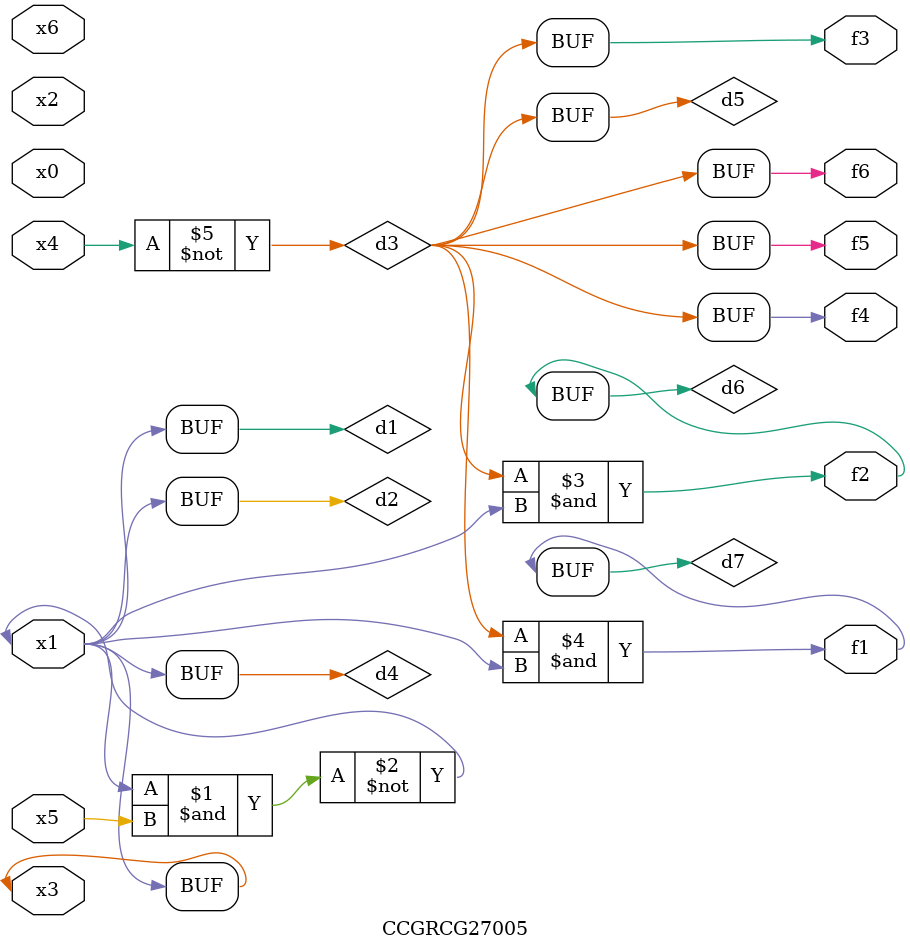
<source format=v>
module CCGRCG27005(
	input x0, x1, x2, x3, x4, x5, x6,
	output f1, f2, f3, f4, f5, f6
);

	wire d1, d2, d3, d4, d5, d6, d7;

	buf (d1, x1, x3);
	nand (d2, x1, x5);
	not (d3, x4);
	buf (d4, d1, d2);
	buf (d5, d3);
	and (d6, d3, d4);
	and (d7, d3, d4);
	assign f1 = d7;
	assign f2 = d6;
	assign f3 = d5;
	assign f4 = d5;
	assign f5 = d5;
	assign f6 = d5;
endmodule

</source>
